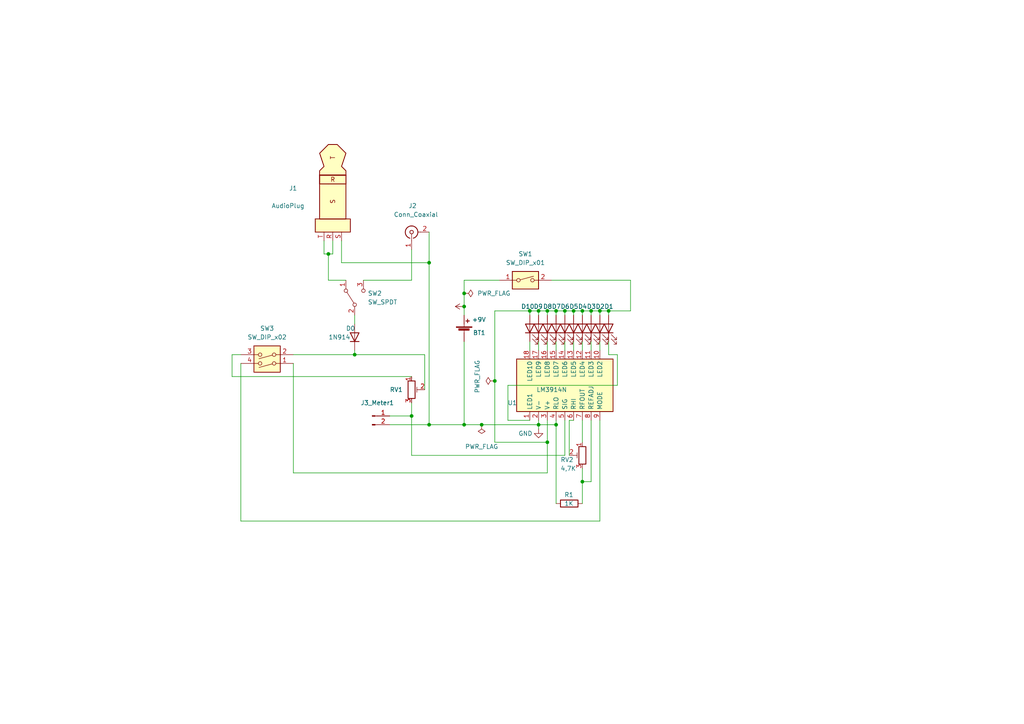
<source format=kicad_sch>
(kicad_sch (version 20211123) (generator eeschema)
  (paper "A4")
  (title_block (title "SW-Meter") (date "2022-08-23") (rev "0.1") (company "(C) WodoWiesel"))
  (lib_symbols
    (symbol "Connector:AudioPlug3"
      (property "Reference" "J" (at 1.27 6.35 0))
      (property "Value" "AudioPlug3" (at 1.27 -6.35 0))
      (symbol "AudioPlug3_0_0"
        (text "R" (at -2.54 0 900) (effects (font (size 1.27 1.27))))
      )
      (symbol "AudioPlug3_0_1"
        (rectangle (start -3.81 3.81) (end -1.27 -3.81) (stroke (width 0.254)))
        (rectangle (start -1.27 -1.27) (end -1.27 -1.27))
      )
      (symbol "AudioPlug3_1_0"
        (text "S" (at 3.81 0 0) (effects (font (size 1.27 1.27))))
        (text "T" (at -8.89 0 0) (effects (font (size 1.27 1.27))))
      )
      (symbol "AudioPlug3_1_1"
        (rectangle (start -3.81 3.81) (end 8.89 -3.81) (stroke (width 0.254)) (fill (type background)))
        (polyline (pts (xy -3.81 3.81) (xy -5.08 3.81) (xy -6.35 2.54) (xy -10.16 3.81) (xy -12.7 1.27) (xy -12.7 -1.27) (xy -10.16 -3.81) (xy -6.35 -2.54) (xy -5.08 -3.81) (xy -3.81 -3.81) (xy -3.81 3.81)) (stroke (width 0.254)) (fill (type background)))
        (rectangle (start 12.7 5.08) (end 8.89 -5.08) (stroke (width 0.254)) (fill (type background)))
        (pin passive line (at 15.24 0 180) (length 2.54) (name "~") (number "R"))
        (pin passive line (at 15.24 2.54 180) (length 2.54) (name "~") (number "S"))
        (pin passive line (at 15.24 -2.54 180) (length 2.54) (name "~") (number "T"))
      )
    )
    (symbol "Connector:Conn_01x02_Male" (pin_names (offset 1.016) hide)
      (property "Reference" "J" (at 0 2.54 0))
      (property "Value" "Conn_01x02_Male" (at 0 -5.08 0))
      (symbol "Conn_01x02_Male_1_1"
        (polyline (pts (xy 1.27 -2.54) (xy 0.8636 -2.54)) (stroke (width 0.1524)))
        (polyline (pts (xy 1.27 0) (xy 0.8636 0)) (stroke (width 0.1524)))
        (rectangle (start 0.8636 -2.413) (end 0 -2.667) (stroke (width 0.1524)) (fill (type outline)))
        (rectangle (start 0.8636 0.127) (end 0 -0.127) (stroke (width 0.1524)) (fill (type outline)))
        (pin passive line (at 5.08 0 180) (length 3.81) (name "Pin_1") (number "1"))
        (pin passive line (at 5.08 -2.54 180) (length 3.81) (name "Pin_2") (number "2"))
      )
    )
    (symbol "Connector:Conn_Coaxial" (pin_names (offset 1.016) hide)
      (property "Reference" "J" (at 0.254 3.048 0))
      (property "Value" "Conn_Coaxial" (at 2.921 0 90))
      (symbol "Conn_Coaxial_0_1"
        (arc (start -1.778 -0.508) (mid 0.2311 -1.8066) (end 1.778 0) (stroke (width 0.254)))
        (polyline (pts (xy -2.54 0) (xy -0.508 0)))
        (polyline (pts (xy 0 -2.54) (xy 0 -1.778)))
        (circle (center 0 0) (radius 0.508) (stroke (width 0.2032)))
        (arc (start 1.778 0) (mid 0.2099 1.8101) (end -1.778 0.508) (stroke (width 0.254)))
      )
      (symbol "Conn_Coaxial_1_1"
        (pin passive line (at -5.08 0 0) (length 2.54) (name "In") (number "1"))
        (pin passive line (at 0 -5.08 90) (length 2.54) (name "Ext") (number "2"))
      )
    )
    (symbol "Device:Battery_Cell" (pin_numbers hide) (pin_names (offset 0) hide)
      (property "Reference" "BT" (at 2.54 2.54 0))
      (property "Value" "Battery_Cell" (at 2.54 0 0))
      (symbol "Battery_Cell_0_1"
        (rectangle (start -2.286 1.778) (end 2.286 1.524) (fill (type outline)))
        (rectangle (start -1.5748 1.1938) (end 1.4732 0.6858) (fill (type outline)))
        (polyline (pts (xy 0 0.762) (xy 0 0)))
        (polyline (pts (xy 0 1.778) (xy 0 2.54)))
        (polyline (pts (xy 0.508 3.429) (xy 1.524 3.429)) (stroke (width 0.254)))
        (polyline (pts (xy 1.016 3.937) (xy 1.016 2.921)) (stroke (width 0.254)))
      )
      (symbol "Battery_Cell_1_1"
        (pin passive line (at 0 5.08 270) (length 2.54) (name "+") (number "1"))
        (pin passive line (at 0 -2.54 90) (length 2.54) (name "-") (number "2"))
      )
    )
    (symbol "Device:LED" (pin_numbers hide) (pin_names (offset 1.016) hide)
      (property "Reference" "D" (at 0 2.54 0))
      (property "Value" "LED" (at 0 -2.54 0))
      (symbol "LED_0_1"
        (polyline (pts (xy -1.27 -1.27) (xy -1.27 1.27)) (stroke (width 0.254)))
        (polyline (pts (xy -1.27 0) (xy 1.27 0)))
        (polyline (pts (xy 1.27 -1.27) (xy 1.27 1.27) (xy -1.27 0) (xy 1.27 -1.27)) (stroke (width 0.254)))
        (polyline (pts (xy -3.048 -0.762) (xy -4.572 -2.286) (xy -3.81 -2.286) (xy -4.572 -2.286) (xy -4.572 -1.524)))
        (polyline (pts (xy -1.778 -0.762) (xy -3.302 -2.286) (xy -2.54 -2.286) (xy -3.302 -2.286) (xy -3.302 -1.524)))
      )
      (symbol "LED_1_1"
        (pin passive line (at -3.81 0 0) (length 2.54) (name "K") (number "1"))
        (pin passive line (at 3.81 0 180) (length 2.54) (name "A") (number "2"))
      )
    )
    (symbol "Device:R" (pin_numbers hide) (pin_names (offset 0))
      (property "Reference" "R" (at 2.032 0 90))
      (property "Value" "R" (at 0 0 90))
      (symbol "R_0_1"
        (rectangle (start -1.016 -2.54) (end 1.016 2.54) (stroke (width 0.254)))
      )
      (symbol "R_1_1"
        (pin passive line (at 0 3.81 270) (length 1.27) (name "~") (number "1"))
        (pin passive line (at 0 -3.81 90) (length 1.27) (name "~") (number "2"))
      )
    )
    (symbol "Device:R_Potentiometer_Trim" (pin_names (offset 1.016) hide)
      (property "Reference" "RV" (at -4.445 0 90))
      (property "Value" "R_Potentiometer_Trim" (at -2.54 0 90))
      (symbol "R_Potentiometer_Trim_0_1"
        (polyline (pts (xy 1.524 0.762) (xy 1.524 -0.762)))
        (polyline (pts (xy 2.54 0) (xy 1.524 0)))
        (rectangle (start 1.016 2.54) (end -1.016 -2.54) (stroke (width 0.254)))
      )
      (symbol "R_Potentiometer_Trim_1_1"
        (pin passive line (at 0 3.81 270) (length 1.27) (name "1") (number "1"))
        (pin passive line (at 3.81 0 180) (length 1.27) (name "2") (number "2"))
        (pin passive line (at 0 -3.81 90) (length 1.27) (name "3") (number "3"))
      )
    )
    (symbol "Diode:1N914" (pin_numbers hide) (pin_names (offset 1.016) hide)
      (property "Reference" "D" (at 0 2.54 0))
      (property "Value" "1N914" (at 0 -2.54 0))
      (symbol "1N914_0_1"
        (polyline (pts (xy -1.27 1.27) (xy -1.27 -1.27)) (stroke (width 0.254)))
        (polyline (pts (xy 1.27 0) (xy -1.27 0)))
        (polyline (pts (xy 1.27 1.27) (xy 1.27 -1.27) (xy -1.27 0) (xy 1.27 1.27)) (stroke (width 0.254)))
      )
      (symbol "1N914_1_1"
        (pin passive line (at -3.81 0 0) (length 2.54) (name "K") (number "1"))
        (pin passive line (at 3.81 0 180) (length 2.54) (name "A") (number "2"))
      )
    )
    (symbol "Driver_LED:LM3914V"
      (property "Reference" "U1" (at -6.35 13.97 0))
      (property "Value" "LM3914V" (at -1.27 1.27 90))
      (symbol "LM3914V_0_1"
        (rectangle (start -8.89 12.7) (end 6.35 -15.24) (stroke (width 0.254)) (fill (type background)))
      )
      (symbol "LM3914V_1_1"
        (pin open_collector line (at -11.43 8.89 0) (length 2.54) (name "LED1") (number "1"))
        (pin open_collector line (at 8.89 -11.43 180) (length 2.54) (name "LED2") (number "10"))
        (pin open_collector line (at 8.89 -8.89 180) (length 2.54) (name "LED3") (number "11"))
        (pin open_collector line (at 8.89 -6.35 180) (length 2.54) (name "LED4") (number "12"))
        (pin open_collector line (at 8.89 -3.81 180) (length 2.54) (name "LED5") (number "13"))
        (pin open_collector line (at 8.89 -1.27 180) (length 2.54) (name "LED6") (number "14"))
        (pin open_collector line (at 8.89 1.27 180) (length 2.54) (name "LED7") (number "15"))
        (pin open_collector line (at 8.89 3.81 180) (length 2.54) (name "LED8") (number "16"))
        (pin open_collector line (at 8.89 6.35 180) (length 2.54) (name "LED9") (number "17"))
        (pin open_collector line (at 8.89 8.89 180) (length 2.54) (name "LED10") (number "18"))
        (pin power_in line (at -11.43 6.35 0) (length 2.54) (name "V-") (number "2"))
        (pin power_in line (at -11.43 3.81 0) (length 2.54) (name "V+") (number "3"))
        (pin input line (at -11.43 1.27 0) (length 2.54) (name "RLO") (number "4"))
        (pin input line (at -11.43 -1.27 0) (length 2.54) (name "SIG") (number "5"))
        (pin input line (at -11.43 -3.81 0) (length 2.54) (name "RHI") (number "6"))
        (pin output line (at -11.43 -6.35 0) (length 2.54) (name "RFOUT") (number "7"))
        (pin output line (at -11.43 -8.89 0) (length 2.54) (name "REFADJ") (number "8"))
        (pin input line (at -11.43 -11.43 0) (length 2.54) (name "MODE") (number "9"))
      )
    )
    (symbol "Switch:SW_DIP_x01" (pin_names (offset 0) hide)
      (property "Reference" "SW" (at 0 3.81 0))
      (property "Value" "SW_DIP_x01" (at 0 -3.81 0))
      (symbol "SW_DIP_x01_0_0"
        (circle (center -2.032 0) (radius 0.508))
        (polyline (pts (xy -1.524 0.127) (xy 2.3622 1.1684)))
        (circle (center 2.032 0) (radius 0.508))
      )
      (symbol "SW_DIP_x01_0_1"
        (rectangle (start -3.81 2.54) (end 3.81 -2.54) (stroke (width 0.254)) (fill (type background)))
      )
      (symbol "SW_DIP_x01_1_1"
        (pin passive line (at -7.62 0 0) (length 5.08) (name "~") (number "1"))
        (pin passive line (at 7.62 0 180) (length 5.08) (name "~") (number "2"))
      )
    )
    (symbol "Switch:SW_DIP_x02" (pin_names (offset 0) hide)
      (property "Reference" "SW" (at 0 6.35 0))
      (property "Value" "SW_DIP_x02" (at 0 -3.81 0))
      (symbol "SW_DIP_x02_0_0"
        (circle (center -2.032 0) (radius 0.508))
        (circle (center -2.032 2.54) (radius 0.508))
        (polyline (pts (xy -1.524 0.127) (xy 2.3622 1.1684)))
        (polyline (pts (xy -1.524 2.667) (xy 2.3622 3.7084)))
        (circle (center 2.032 0) (radius 0.508))
        (circle (center 2.032 2.54) (radius 0.508))
      )
      (symbol "SW_DIP_x02_0_1"
        (rectangle (start -3.81 5.08) (end 3.81 -2.54) (stroke (width 0.254)) (fill (type background)))
      )
      (symbol "SW_DIP_x02_1_1"
        (pin passive line (at -7.62 2.54 0) (length 5.08) (name "~") (number "1"))
        (pin passive line (at -7.62 0 0) (length 5.08) (name "~") (number "2"))
        (pin passive line (at 7.62 0 180) (length 5.08) (name "~") (number "3"))
        (pin passive line (at 7.62 2.54 180) (length 5.08) (name "~") (number "4"))
      )
    )
    (symbol "Switch:SW_SPDT" (pin_names (offset 0) hide)
      (property "Reference" "SW" (at 0 4.318 0))
      (property "Value" "SW_SPDT" (at 0 -5.08 0))
      (symbol "SW_SPDT_0_0"
        (circle (center -2.032 0) (radius 0.508))
        (circle (center 2.032 -2.54) (radius 0.508))
      )
      (symbol "SW_SPDT_0_1"
        (polyline (pts (xy -1.524 0.254) (xy 1.651 2.286)))
        (circle (center 2.032 2.54) (radius 0.508))
      )
      (symbol "SW_SPDT_1_1"
        (pin passive line (at 5.08 2.54 180) (length 2.54) (name "A") (number "1"))
        (pin passive line (at -5.08 0 0) (length 2.54) (name "B") (number "2"))
        (pin passive line (at 5.08 -2.54 180) (length 2.54) (name "C") (number "3"))
      )
    )
    (symbol "power:+9V" (power) (pin_names (offset 0))
      (property "Value" "+9V" (at 0 3.556 0))
      (symbol "+9V_0_1"
        (polyline (pts (xy -0.762 1.27) (xy 0 2.54)))
        (polyline (pts (xy 0 0) (xy 0 2.54)))
        (polyline (pts (xy 0 2.54) (xy 0.762 1.27)))
      )
      (symbol "+9V_1_1"
        (pin power_in line (at 0 0 90) (length 0) hide (name "+9V") (number "1"))
      )
    )
    (symbol "power:GND" (power) (pin_names (offset 0))
      (property "Value" "GND" (at 0 -3.81 0))
      (symbol "GND_0_1"
        (polyline (pts (xy 0 0) (xy 0 -1.27) (xy 1.27 -1.27) (xy 0 -2.54) (xy -1.27 -1.27) (xy 0 -1.27)))
      )
      (symbol "GND_1_1"
        (pin power_in line (at 0 0 270) (length 0) hide (name "GND") (number "1"))
      )
    )
    (symbol "power:PWR_FLAG" (power) (pin_numbers hide) (pin_names (offset 0) hide)
      (property "Value" "PWR_FLAG" (at 0 3.81 0))
      (symbol "PWR_FLAG_0_0"
        (pin power_out line (at 0 0 90) (length 0) (name "pwr") (number "1"))
      )
      (symbol "PWR_FLAG_0_1"
        (polyline (pts (xy 0 0) (xy 0 1.27) (xy -1.016 1.905) (xy 0 2.54) (xy 1.016 1.905) (xy 0 1.27)))
      )
    )
  )
  (junction (at 173.99 90.17))
  (junction (at 156.21 90.17))
  (junction (at 168.91 139.7))
  (junction (at 95.25 73.66))
  (junction (at 124.46 76.2))
  (junction (at 168.91 90.17))
  (junction (at 143.51 110.49))
  (junction (at 153.67 90.17))
  (junction (at 166.37 90.17))
  (junction (at 161.29 90.17))
  (junction (at 176.53 90.17))
  (junction (at 134.62 88.9))
  (junction (at 158.75 90.17))
  (junction (at 171.45 90.17))
  (junction (at 134.62 123.19))
  (junction (at 134.62 85.09))
  (junction (at 102.87 102.87))
  (junction (at 124.46 123.19))
  (junction (at 161.29 123.19))
  (junction (at 119.38 120.65))
  (junction (at 163.83 90.17))
  (junction (at 139.7 123.19))
  (junction (at 158.75 128.27))
  (junction (at 156.21 123.19))
  (wire (pts (xy 156.21 90.17) (xy 158.75 90.17)))
  (wire (pts (xy 123.19 113.03) (xy 123.19 102.87)))
  (wire (pts (xy 134.62 85.09) (xy 134.62 88.9)))
  (wire (pts (xy 85.09 102.87) (xy 102.87 102.87)))
  (wire (pts (xy 168.91 135.89) (xy 168.91 139.7)))
  (wire (pts (xy 134.62 123.19) (xy 139.7 123.19)))
  (wire (pts (xy 99.06 69.85) (xy 99.06 76.2)))
  (wire (pts (xy 158.75 121.92) (xy 158.75 128.27)))
  (wire (pts (xy 124.46 76.2) (xy 124.46 123.19)))
  (wire (pts (xy 166.37 90.17) (xy 168.91 90.17)))
  (wire (pts (xy 158.75 128.27) (xy 158.75 137.16)))
  (wire (pts (xy 160.02 81.28) (xy 182.88 81.28)))
  (wire (pts (xy 173.99 121.92) (xy 173.99 151.13)))
  (wire (pts (xy 102.87 101.6) (xy 102.87 102.87)))
  (wire (pts (xy 69.85 151.13) (xy 173.99 151.13)))
  (wire (pts (xy 95.25 73.66) (xy 96.52 73.66)))
  (wire (pts (xy 67.31 109.22) (xy 119.38 109.22)))
  (wire (pts (xy 124.46 123.19) (xy 134.62 123.19)))
  (wire (pts (xy 67.31 102.87) (xy 67.31 109.22)))
  (wire (pts (xy 176.53 90.17) (xy 182.88 90.17)))
  (wire (pts (xy 153.67 99.06) (xy 153.67 101.6)))
  (wire (pts (xy 102.87 102.87) (xy 123.19 102.87)))
  (wire (pts (xy 161.29 90.17) (xy 163.83 90.17)))
  (wire (pts (xy 176.53 90.17) (xy 176.53 91.44)))
  (wire (pts (xy 139.7 123.19) (xy 156.21 123.19)))
  (wire (pts (xy 158.75 99.06) (xy 158.75 101.6)))
  (wire (pts (xy 156.21 124.46) (xy 156.21 123.19)))
  (wire (pts (xy 119.38 72.39) (xy 119.38 81.28)))
  (wire (pts (xy 166.37 90.17) (xy 166.37 91.44)))
  (wire (pts (xy 85.09 137.16) (xy 158.75 137.16)))
  (wire (pts (xy 168.91 99.06) (xy 168.91 101.6)))
  (wire (pts (xy 134.62 81.28) (xy 134.62 85.09)))
  (wire (pts (xy 113.03 120.65) (xy 119.38 120.65)))
  (wire (pts (xy 161.29 90.17) (xy 161.29 91.44)))
  (wire (pts (xy 161.29 146.05) (xy 161.29 123.19)))
  (wire (pts (xy 113.03 123.19) (xy 124.46 123.19)))
  (wire (pts (xy 182.88 81.28) (xy 182.88 90.17)))
  (wire (pts (xy 168.91 90.17) (xy 171.45 90.17)))
  (wire (pts (xy 153.67 90.17) (xy 153.67 91.44)))
  (wire (pts (xy 134.62 99.06) (xy 134.62 123.19)))
  (wire (pts (xy 134.62 91.44) (xy 134.62 88.9)))
  (wire (pts (xy 168.91 139.7) (xy 168.91 146.05)))
  (wire (pts (xy 163.83 90.17) (xy 166.37 90.17)))
  (wire (pts (xy 171.45 139.7) (xy 168.91 139.7)))
  (wire (pts (xy 95.25 73.66) (xy 95.25 81.28)))
  (wire (pts (xy 119.38 132.08) (xy 163.83 132.08)))
  (wire (pts (xy 147.32 121.92) (xy 147.32 111.76)))
  (wire (pts (xy 171.45 90.17) (xy 171.45 91.44)))
  (wire (pts (xy 119.38 120.65) (xy 119.38 132.08)))
  (wire (pts (xy 119.38 116.84) (xy 119.38 120.65)))
  (wire (pts (xy 176.53 102.87) (xy 179.07 102.87)))
  (wire (pts (xy 173.99 90.17) (xy 173.99 91.44)))
  (wire (pts (xy 156.21 90.17) (xy 156.21 91.44)))
  (wire (pts (xy 156.21 121.92) (xy 156.21 123.19)))
  (wire (pts (xy 69.85 105.41) (xy 69.85 151.13)))
  (wire (pts (xy 124.46 67.31) (xy 124.46 76.2)))
  (wire (pts (xy 93.98 73.66) (xy 95.25 73.66)))
  (wire (pts (xy 143.51 90.17) (xy 153.67 90.17)))
  (wire (pts (xy 134.62 81.28) (xy 144.78 81.28)))
  (wire (pts (xy 147.32 121.92) (xy 153.67 121.92)))
  (wire (pts (xy 171.45 90.17) (xy 173.99 90.17)))
  (wire (pts (xy 161.29 123.19) (xy 156.21 123.19)))
  (wire (pts (xy 165.1 121.92) (xy 166.37 121.92)))
  (wire (pts (xy 158.75 90.17) (xy 158.75 91.44)))
  (wire (pts (xy 171.45 121.92) (xy 171.45 139.7)))
  (wire (pts (xy 161.29 99.06) (xy 161.29 101.6)))
  (wire (pts (xy 102.87 91.44) (xy 102.87 93.98)))
  (wire (pts (xy 93.98 69.85) (xy 93.98 73.66)))
  (wire (pts (xy 166.37 99.06) (xy 166.37 101.6)))
  (wire (pts (xy 158.75 90.17) (xy 161.29 90.17)))
  (wire (pts (xy 163.83 99.06) (xy 163.83 101.6)))
  (wire (pts (xy 105.41 81.28) (xy 119.38 81.28)))
  (wire (pts (xy 168.91 90.17) (xy 168.91 91.44)))
  (wire (pts (xy 143.51 90.17) (xy 143.51 110.49)))
  (wire (pts (xy 161.29 121.92) (xy 161.29 123.19)))
  (wire (pts (xy 176.53 99.06) (xy 176.53 102.87)))
  (wire (pts (xy 85.09 105.41) (xy 85.09 137.16)))
  (wire (pts (xy 168.91 121.92) (xy 168.91 128.27)))
  (wire (pts (xy 95.25 81.28) (xy 100.33 81.28)))
  (wire (pts (xy 165.1 121.92) (xy 165.1 132.08)))
  (wire (pts (xy 143.51 110.49) (xy 143.51 128.27)))
  (wire (pts (xy 171.45 99.06) (xy 171.45 101.6)))
  (wire (pts (xy 99.06 76.2) (xy 124.46 76.2)))
  (wire (pts (xy 179.07 102.87) (xy 179.07 111.76)))
  (wire (pts (xy 153.67 90.17) (xy 156.21 90.17)))
  (wire (pts (xy 67.31 102.87) (xy 69.85 102.87)))
  (wire (pts (xy 147.32 111.76) (xy 179.07 111.76)))
  (wire (pts (xy 96.52 69.85) (xy 96.52 73.66)))
  (wire (pts (xy 173.99 99.06) (xy 173.99 101.6)))
  (wire (pts (xy 156.21 99.06) (xy 156.21 101.6)))
  (wire (pts (xy 176.53 90.17) (xy 173.99 90.17)))
  (wire (pts (xy 163.83 90.17) (xy 163.83 91.44)))
  (wire (pts (xy 163.83 121.92) (xy 163.83 132.08)))
  (wire (pts (xy 158.75 128.27) (xy 143.51 128.27)))
  (symbol (lib_id "Connector:Conn_01x02_Male") (at 107.95 120.65 0) (unit 1)
    (property "Reference" "J3_Meter1" (at 114.3 116.84 0) (effects (justify right)))
    (property "Value" "Conn_01x02_Male" (effects hide))
    (property "Footprint" "Connector_PinHeader_1.27mm:PinHeader_1x02_P1.27mm_Vertical" (effects hide))
  )
  (symbol (lib_id "power:+9V") (at 134.62 88.9 90) (unit 1)
    (property "Reference" "#PWR01" (effects hide))
    (property "Value" "+9V" (at 140.97 92.71 90) (effects (justify left)))
  )
  (symbol (lib_id "Device:LED") (at 176.53 95.25 90) (unit 1)
    (property "Reference" "D1" (at 175.26 88.9 90) (effects (justify right)))
    (property "Value" "LED" (effects hide))
    (property "Footprint" "LED_THT:LED_D3.0mm_Clear" (effects hide))
  )
  (symbol (lib_id "Switch:SW_SPDT") (at 102.87 86.36 90) (unit 1)
    (property "Reference" "SW2" (at 106.68 85.0899 90) (effects (justify right)))
    (property "Value" "SW_SPDT" (at 106.68 87.6299 90) (effects (justify right)))
    (property "Footprint" "Button_Switch_THT:SW_E-Switch_EG1224_SPDT_Angled" (effects hide))
  )
  (symbol (lib_id "power:PWR_FLAG") (at 134.62 85.09 270) (unit 1)
    (property "Reference" "#FLG01" (effects hide))
    (property "Value" "PWR_FLAG" (at 138.43 85.0899 90) (effects (justify left)))
  )
  (symbol (lib_id "Device:R_Potentiometer_Trim") (at 119.38 113.03 0) (unit 1)
    (property "Reference" "RV1" (at 116.84 113.03 0) (effects (justify right)))
    (property "Value" "R_Potentiometer_Trim" (effects hide))
    (property "Footprint" "Potentiometer_THT:Potentiometer_Bourns_3266Y_Vertical" (effects hide))
  )
  (symbol (lib_id "power:PWR_FLAG") (at 143.51 110.49 90) (unit 1)
    (property "Reference" "#FLG03" (effects hide))
    (property "Value" "PWR_FLAG" (at 138.43 109.22 0))
  )
  (symbol (lib_id "Device:LED") (at 153.67 95.25 90) (unit 1)
    (property "Reference" "D10" (at 151.13 88.9 90) (effects (justify right)))
    (property "Value" "red" (effects hide))
    (property "Footprint" "LED_THT:LED_D3.0mm_Clear" (effects hide))
  )
  (symbol (lib_id "Diode:1N914") (at 102.87 97.79 90) (unit 1)
    (property "Reference" "D0" (at 100.33 95.25 90) (effects (justify right)))
    (property "Value" "1N914" (at 95.25 97.79 90) (effects (justify right)))
    (property "Footprint" "Diode_THT:D_DO-35_SOD27_P7.62mm_Horizontal" (effects hide))
    (property "Datasheet" "http://www.vishay.com/docs/85622/1n914.pdf" (effects hide))
  )
  (symbol (lib_id "Connector:AudioPlug3") (at 96.52 54.61 270) (unit 1)
    (property "Reference" "J1" (at 83.82 54.61 90) (effects (justify left)))
    (property "Value" "AudioPlug" (at 78.74 59.69 90) (effects (justify left)))
    (property "Footprint" "Connector_Audio:Jack_3.5mm_Lumberg_1503_07_Horizontal" (effects hide))
  )
  (symbol (lib_id "Device:LED") (at 166.37 95.25 90) (unit 1)
    (property "Reference" "D5" (at 165.1 88.9 90) (effects (justify right)))
    (property "Value" "LED" (effects hide))
    (property "Footprint" "LED_THT:LED_D3.0mm_Clear" (effects hide))
  )
  (symbol (lib_id "Device:LED") (at 158.75 95.25 90) (unit 1)
    (property "Reference" "D8" (at 157.48 88.9 90) (effects (justify right)))
    (property "Value" "LED" (effects hide))
    (property "Footprint" "LED_THT:LED_D3.0mm_Clear" (effects hide))
  )
  (symbol (lib_id "Device:LED") (at 173.99 95.25 90) (unit 1)
    (property "Reference" "D2" (at 172.72 88.9 90) (effects (justify right)))
    (property "Value" "LED" (effects hide))
    (property "Footprint" "LED_THT:LED_D3.0mm_Clear" (effects hide))
  )
  (symbol (lib_id "Driver_LED:LM3914V") (at 162.56 110.49 90) (unit 1)
    (property "Reference" "U1" (at 148.59 116.84 90))
    (property "Value" "LM3914N" (at 160.02 113.03 90))
    (property "Footprint" "Package_DIP:DIP-18_W7.62mm_Socket" (effects hide))
    (property "Datasheet" "https://www.ti.com/lit/ds/symlink/lm3914.pdf" (effects hide))
  )
  (symbol (lib_id "Connector:Conn_Coaxial") (at 119.38 67.31 90) (unit 1)
    (property "Reference" "J2" (at 119.6732 59.69 90))
    (property "Value" "Conn_Coaxial" (at 120.65 62.23 90))
    (property "Footprint" "Connector_Coaxial:BNC_TEConnectivity_1478035_Horizontal" (effects hide))
    (property "Datasheet" " ~" (effects hide))
  )
  (symbol (lib_id "Device:LED") (at 171.45 95.25 90) (unit 1)
    (property "Reference" "D3" (at 170.18 88.9 90) (effects (justify right)))
    (property "Value" "LED" (effects hide))
    (property "Footprint" "LED_THT:LED_D3.0mm_Clear" (effects hide))
  )
  (symbol (lib_id "Device:LED") (at 156.21 95.25 90) (unit 1)
    (property "Reference" "D9" (at 157.48 88.9 90) (effects (justify left)))
    (property "Value" "LED" (effects hide))
    (property "Footprint" "LED_THT:LED_D3.0mm_Clear" (effects hide))
  )
  (symbol (lib_id "Switch:SW_DIP_x01") (at 152.4 81.28 0) (unit 1)
    (property "Reference" "SW1" (at 152.4 73.66 0))
    (property "Value" "SW_DIP_x01" (at 152.4 76.2 0))
    (property "Footprint" "Button_Switch_THT:SW_DIP_SPSTx01_Slide_9.78x4.72mm_W7.62mm_P2.54mm" (effects hide))
  )
  (symbol (lib_id "Switch:SW_DIP_x02") (at 77.47 102.87 180) (unit 1)
    (property "Reference" "SW3" (at 77.47 95.25 0))
    (property "Value" "SW_DIP_x02" (at 77.47 97.79 0))
    (property "Footprint" "Button_Switch_THT:SW_DIP_SPSTx02_Slide_6.7x6.64mm_W7.62mm_P2.54mm_LowProfile" (effects hide))
  )
  (symbol (lib_id "Device:LED") (at 163.83 95.25 90) (unit 1)
    (property "Reference" "D6" (at 162.56 88.9 90) (effects (justify right)))
    (property "Value" "LED" (effects hide))
    (property "Footprint" "LED_THT:LED_D3.0mm_Clear" (effects hide))
  )
  (symbol (lib_id "Device:R") (at 165.1 146.05 90) (unit 1)
    (property "Reference" "R1" (at 166.37 143.51 90) (effects (justify left)))
    (property "Value" "1K" (at 166.37 146.05 90) (effects (justify left)))
    (property "Footprint" "Resistor_THT:R_Axial_DIN0207_L6.3mm_D2.5mm_P10.16mm_Horizontal" (effects hide))
  )
  (symbol (lib_id "power:GND") (at 156.21 124.46 0) (unit 1)
    (property "Reference" "#PWR02" (effects hide))
    (property "Value" "GND" (at 152.4 125.73 0))
  )
  (symbol (lib_id "Device:R_Potentiometer_Trim") (at 168.91 132.08 0) (mirror y) (unit 1)
    (property "Reference" "RV2" (at 162.56 133.35 0) (effects (justify right)))
    (property "Value" "4,7K" (at 162.56 135.89 0) (effects (justify right)))
    (property "Footprint" "Potentiometer_THT:Potentiometer_Bourns_3266Y_Vertical" (effects hide))
  )
  (symbol (lib_id "Device:LED") (at 161.29 95.25 90) (unit 1)
    (property "Reference" "D7" (at 160.02 88.9 90) (effects (justify right)))
    (property "Value" "LED" (effects hide))
    (property "Footprint" "LED_THT:LED_D3.0mm_Clear" (effects hide))
  )
  (symbol (lib_id "Device:LED") (at 168.91 95.25 90) (unit 1)
    (property "Reference" "D4" (at 167.64 88.9 90) (effects (justify right)))
    (property "Value" "LED" (effects hide))
    (property "Footprint" "LED_THT:LED_D3.0mm_Clear" (effects hide))
  )
  (symbol (lib_id "power:PWR_FLAG") (at 139.7 123.19 180) (unit 1)
    (property "Reference" "#FLG02" (effects hide))
    (property "Value" "PWR_FLAG" (at 139.7 129.54 0))
  )
  (symbol (lib_id "Device:Battery_Cell") (at 134.62 96.52 0) (unit 1)
    (property "Reference" "BT1" (at 137.16 96.52 0) (effects (justify left)))
    (property "Value" "Battery_Cell" (effects hide))
    (property "Footprint" "Battery:BatteryHolder_Eagle_12BH611-GR" (effects hide))
  )
)
</source>
